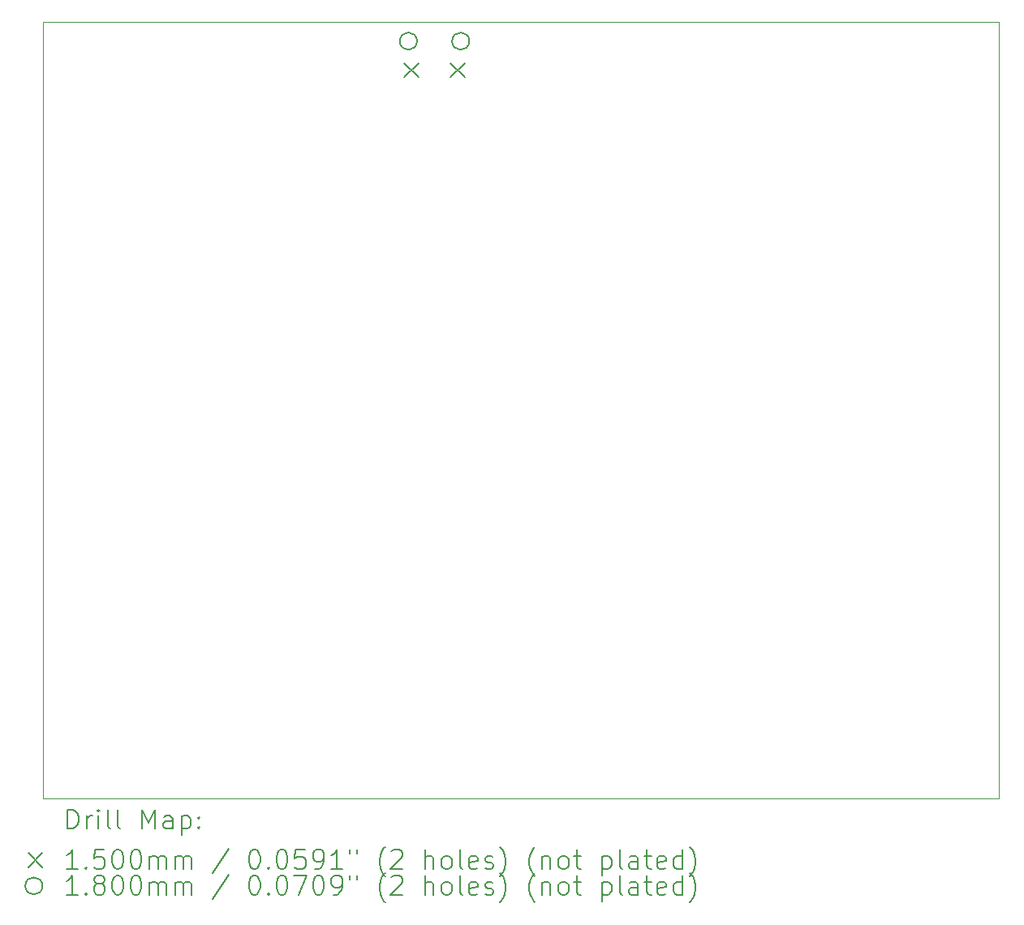
<source format=gbr>
%TF.GenerationSoftware,KiCad,Pcbnew,8.0.7*%
%TF.CreationDate,2025-01-08T12:31:34+01:00*%
%TF.ProjectId,simple-robot,73696d70-6c65-42d7-926f-626f742e6b69,rev?*%
%TF.SameCoordinates,Original*%
%TF.FileFunction,Drillmap*%
%TF.FilePolarity,Positive*%
%FSLAX45Y45*%
G04 Gerber Fmt 4.5, Leading zero omitted, Abs format (unit mm)*
G04 Created by KiCad (PCBNEW 8.0.7) date 2025-01-08 12:31:34*
%MOMM*%
%LPD*%
G01*
G04 APERTURE LIST*
%ADD10C,0.100000*%
%ADD11C,0.200000*%
%ADD12C,0.150000*%
%ADD13C,0.180000*%
G04 APERTURE END LIST*
D10*
X5500000Y-13900000D02*
X15475000Y-13900000D01*
X5500000Y-5800000D02*
X15475000Y-5800000D01*
X5500000Y-5800000D02*
X5500000Y-13900000D01*
X15475000Y-13900000D02*
X15475000Y-5800000D01*
D11*
D12*
X9268500Y-6228000D02*
X9418500Y-6378000D01*
X9418500Y-6228000D02*
X9268500Y-6378000D01*
X9753500Y-6228000D02*
X9903500Y-6378000D01*
X9903500Y-6228000D02*
X9753500Y-6378000D01*
D13*
X9403500Y-6000000D02*
G75*
G02*
X9223500Y-6000000I-90000J0D01*
G01*
X9223500Y-6000000D02*
G75*
G02*
X9403500Y-6000000I90000J0D01*
G01*
X9948500Y-6000000D02*
G75*
G02*
X9768500Y-6000000I-90000J0D01*
G01*
X9768500Y-6000000D02*
G75*
G02*
X9948500Y-6000000I90000J0D01*
G01*
D11*
X5755777Y-14216484D02*
X5755777Y-14016484D01*
X5755777Y-14016484D02*
X5803396Y-14016484D01*
X5803396Y-14016484D02*
X5831967Y-14026008D01*
X5831967Y-14026008D02*
X5851015Y-14045055D01*
X5851015Y-14045055D02*
X5860539Y-14064103D01*
X5860539Y-14064103D02*
X5870062Y-14102198D01*
X5870062Y-14102198D02*
X5870062Y-14130769D01*
X5870062Y-14130769D02*
X5860539Y-14168865D01*
X5860539Y-14168865D02*
X5851015Y-14187912D01*
X5851015Y-14187912D02*
X5831967Y-14206960D01*
X5831967Y-14206960D02*
X5803396Y-14216484D01*
X5803396Y-14216484D02*
X5755777Y-14216484D01*
X5955777Y-14216484D02*
X5955777Y-14083150D01*
X5955777Y-14121246D02*
X5965301Y-14102198D01*
X5965301Y-14102198D02*
X5974824Y-14092674D01*
X5974824Y-14092674D02*
X5993872Y-14083150D01*
X5993872Y-14083150D02*
X6012920Y-14083150D01*
X6079586Y-14216484D02*
X6079586Y-14083150D01*
X6079586Y-14016484D02*
X6070062Y-14026008D01*
X6070062Y-14026008D02*
X6079586Y-14035531D01*
X6079586Y-14035531D02*
X6089110Y-14026008D01*
X6089110Y-14026008D02*
X6079586Y-14016484D01*
X6079586Y-14016484D02*
X6079586Y-14035531D01*
X6203396Y-14216484D02*
X6184348Y-14206960D01*
X6184348Y-14206960D02*
X6174824Y-14187912D01*
X6174824Y-14187912D02*
X6174824Y-14016484D01*
X6308158Y-14216484D02*
X6289110Y-14206960D01*
X6289110Y-14206960D02*
X6279586Y-14187912D01*
X6279586Y-14187912D02*
X6279586Y-14016484D01*
X6536729Y-14216484D02*
X6536729Y-14016484D01*
X6536729Y-14016484D02*
X6603396Y-14159341D01*
X6603396Y-14159341D02*
X6670062Y-14016484D01*
X6670062Y-14016484D02*
X6670062Y-14216484D01*
X6851015Y-14216484D02*
X6851015Y-14111722D01*
X6851015Y-14111722D02*
X6841491Y-14092674D01*
X6841491Y-14092674D02*
X6822443Y-14083150D01*
X6822443Y-14083150D02*
X6784348Y-14083150D01*
X6784348Y-14083150D02*
X6765301Y-14092674D01*
X6851015Y-14206960D02*
X6831967Y-14216484D01*
X6831967Y-14216484D02*
X6784348Y-14216484D01*
X6784348Y-14216484D02*
X6765301Y-14206960D01*
X6765301Y-14206960D02*
X6755777Y-14187912D01*
X6755777Y-14187912D02*
X6755777Y-14168865D01*
X6755777Y-14168865D02*
X6765301Y-14149817D01*
X6765301Y-14149817D02*
X6784348Y-14140293D01*
X6784348Y-14140293D02*
X6831967Y-14140293D01*
X6831967Y-14140293D02*
X6851015Y-14130769D01*
X6946253Y-14083150D02*
X6946253Y-14283150D01*
X6946253Y-14092674D02*
X6965301Y-14083150D01*
X6965301Y-14083150D02*
X7003396Y-14083150D01*
X7003396Y-14083150D02*
X7022443Y-14092674D01*
X7022443Y-14092674D02*
X7031967Y-14102198D01*
X7031967Y-14102198D02*
X7041491Y-14121246D01*
X7041491Y-14121246D02*
X7041491Y-14178388D01*
X7041491Y-14178388D02*
X7031967Y-14197436D01*
X7031967Y-14197436D02*
X7022443Y-14206960D01*
X7022443Y-14206960D02*
X7003396Y-14216484D01*
X7003396Y-14216484D02*
X6965301Y-14216484D01*
X6965301Y-14216484D02*
X6946253Y-14206960D01*
X7127205Y-14197436D02*
X7136729Y-14206960D01*
X7136729Y-14206960D02*
X7127205Y-14216484D01*
X7127205Y-14216484D02*
X7117682Y-14206960D01*
X7117682Y-14206960D02*
X7127205Y-14197436D01*
X7127205Y-14197436D02*
X7127205Y-14216484D01*
X7127205Y-14092674D02*
X7136729Y-14102198D01*
X7136729Y-14102198D02*
X7127205Y-14111722D01*
X7127205Y-14111722D02*
X7117682Y-14102198D01*
X7117682Y-14102198D02*
X7127205Y-14092674D01*
X7127205Y-14092674D02*
X7127205Y-14111722D01*
D12*
X5345000Y-14470000D02*
X5495000Y-14620000D01*
X5495000Y-14470000D02*
X5345000Y-14620000D01*
D11*
X5860539Y-14636484D02*
X5746253Y-14636484D01*
X5803396Y-14636484D02*
X5803396Y-14436484D01*
X5803396Y-14436484D02*
X5784348Y-14465055D01*
X5784348Y-14465055D02*
X5765301Y-14484103D01*
X5765301Y-14484103D02*
X5746253Y-14493627D01*
X5946253Y-14617436D02*
X5955777Y-14626960D01*
X5955777Y-14626960D02*
X5946253Y-14636484D01*
X5946253Y-14636484D02*
X5936729Y-14626960D01*
X5936729Y-14626960D02*
X5946253Y-14617436D01*
X5946253Y-14617436D02*
X5946253Y-14636484D01*
X6136729Y-14436484D02*
X6041491Y-14436484D01*
X6041491Y-14436484D02*
X6031967Y-14531722D01*
X6031967Y-14531722D02*
X6041491Y-14522198D01*
X6041491Y-14522198D02*
X6060539Y-14512674D01*
X6060539Y-14512674D02*
X6108158Y-14512674D01*
X6108158Y-14512674D02*
X6127205Y-14522198D01*
X6127205Y-14522198D02*
X6136729Y-14531722D01*
X6136729Y-14531722D02*
X6146253Y-14550769D01*
X6146253Y-14550769D02*
X6146253Y-14598388D01*
X6146253Y-14598388D02*
X6136729Y-14617436D01*
X6136729Y-14617436D02*
X6127205Y-14626960D01*
X6127205Y-14626960D02*
X6108158Y-14636484D01*
X6108158Y-14636484D02*
X6060539Y-14636484D01*
X6060539Y-14636484D02*
X6041491Y-14626960D01*
X6041491Y-14626960D02*
X6031967Y-14617436D01*
X6270062Y-14436484D02*
X6289110Y-14436484D01*
X6289110Y-14436484D02*
X6308158Y-14446008D01*
X6308158Y-14446008D02*
X6317682Y-14455531D01*
X6317682Y-14455531D02*
X6327205Y-14474579D01*
X6327205Y-14474579D02*
X6336729Y-14512674D01*
X6336729Y-14512674D02*
X6336729Y-14560293D01*
X6336729Y-14560293D02*
X6327205Y-14598388D01*
X6327205Y-14598388D02*
X6317682Y-14617436D01*
X6317682Y-14617436D02*
X6308158Y-14626960D01*
X6308158Y-14626960D02*
X6289110Y-14636484D01*
X6289110Y-14636484D02*
X6270062Y-14636484D01*
X6270062Y-14636484D02*
X6251015Y-14626960D01*
X6251015Y-14626960D02*
X6241491Y-14617436D01*
X6241491Y-14617436D02*
X6231967Y-14598388D01*
X6231967Y-14598388D02*
X6222443Y-14560293D01*
X6222443Y-14560293D02*
X6222443Y-14512674D01*
X6222443Y-14512674D02*
X6231967Y-14474579D01*
X6231967Y-14474579D02*
X6241491Y-14455531D01*
X6241491Y-14455531D02*
X6251015Y-14446008D01*
X6251015Y-14446008D02*
X6270062Y-14436484D01*
X6460539Y-14436484D02*
X6479586Y-14436484D01*
X6479586Y-14436484D02*
X6498634Y-14446008D01*
X6498634Y-14446008D02*
X6508158Y-14455531D01*
X6508158Y-14455531D02*
X6517682Y-14474579D01*
X6517682Y-14474579D02*
X6527205Y-14512674D01*
X6527205Y-14512674D02*
X6527205Y-14560293D01*
X6527205Y-14560293D02*
X6517682Y-14598388D01*
X6517682Y-14598388D02*
X6508158Y-14617436D01*
X6508158Y-14617436D02*
X6498634Y-14626960D01*
X6498634Y-14626960D02*
X6479586Y-14636484D01*
X6479586Y-14636484D02*
X6460539Y-14636484D01*
X6460539Y-14636484D02*
X6441491Y-14626960D01*
X6441491Y-14626960D02*
X6431967Y-14617436D01*
X6431967Y-14617436D02*
X6422443Y-14598388D01*
X6422443Y-14598388D02*
X6412920Y-14560293D01*
X6412920Y-14560293D02*
X6412920Y-14512674D01*
X6412920Y-14512674D02*
X6422443Y-14474579D01*
X6422443Y-14474579D02*
X6431967Y-14455531D01*
X6431967Y-14455531D02*
X6441491Y-14446008D01*
X6441491Y-14446008D02*
X6460539Y-14436484D01*
X6612920Y-14636484D02*
X6612920Y-14503150D01*
X6612920Y-14522198D02*
X6622443Y-14512674D01*
X6622443Y-14512674D02*
X6641491Y-14503150D01*
X6641491Y-14503150D02*
X6670063Y-14503150D01*
X6670063Y-14503150D02*
X6689110Y-14512674D01*
X6689110Y-14512674D02*
X6698634Y-14531722D01*
X6698634Y-14531722D02*
X6698634Y-14636484D01*
X6698634Y-14531722D02*
X6708158Y-14512674D01*
X6708158Y-14512674D02*
X6727205Y-14503150D01*
X6727205Y-14503150D02*
X6755777Y-14503150D01*
X6755777Y-14503150D02*
X6774824Y-14512674D01*
X6774824Y-14512674D02*
X6784348Y-14531722D01*
X6784348Y-14531722D02*
X6784348Y-14636484D01*
X6879586Y-14636484D02*
X6879586Y-14503150D01*
X6879586Y-14522198D02*
X6889110Y-14512674D01*
X6889110Y-14512674D02*
X6908158Y-14503150D01*
X6908158Y-14503150D02*
X6936729Y-14503150D01*
X6936729Y-14503150D02*
X6955777Y-14512674D01*
X6955777Y-14512674D02*
X6965301Y-14531722D01*
X6965301Y-14531722D02*
X6965301Y-14636484D01*
X6965301Y-14531722D02*
X6974824Y-14512674D01*
X6974824Y-14512674D02*
X6993872Y-14503150D01*
X6993872Y-14503150D02*
X7022443Y-14503150D01*
X7022443Y-14503150D02*
X7041491Y-14512674D01*
X7041491Y-14512674D02*
X7051015Y-14531722D01*
X7051015Y-14531722D02*
X7051015Y-14636484D01*
X7441491Y-14426960D02*
X7270063Y-14684103D01*
X7698634Y-14436484D02*
X7717682Y-14436484D01*
X7717682Y-14436484D02*
X7736729Y-14446008D01*
X7736729Y-14446008D02*
X7746253Y-14455531D01*
X7746253Y-14455531D02*
X7755777Y-14474579D01*
X7755777Y-14474579D02*
X7765301Y-14512674D01*
X7765301Y-14512674D02*
X7765301Y-14560293D01*
X7765301Y-14560293D02*
X7755777Y-14598388D01*
X7755777Y-14598388D02*
X7746253Y-14617436D01*
X7746253Y-14617436D02*
X7736729Y-14626960D01*
X7736729Y-14626960D02*
X7717682Y-14636484D01*
X7717682Y-14636484D02*
X7698634Y-14636484D01*
X7698634Y-14636484D02*
X7679586Y-14626960D01*
X7679586Y-14626960D02*
X7670063Y-14617436D01*
X7670063Y-14617436D02*
X7660539Y-14598388D01*
X7660539Y-14598388D02*
X7651015Y-14560293D01*
X7651015Y-14560293D02*
X7651015Y-14512674D01*
X7651015Y-14512674D02*
X7660539Y-14474579D01*
X7660539Y-14474579D02*
X7670063Y-14455531D01*
X7670063Y-14455531D02*
X7679586Y-14446008D01*
X7679586Y-14446008D02*
X7698634Y-14436484D01*
X7851015Y-14617436D02*
X7860539Y-14626960D01*
X7860539Y-14626960D02*
X7851015Y-14636484D01*
X7851015Y-14636484D02*
X7841491Y-14626960D01*
X7841491Y-14626960D02*
X7851015Y-14617436D01*
X7851015Y-14617436D02*
X7851015Y-14636484D01*
X7984348Y-14436484D02*
X8003396Y-14436484D01*
X8003396Y-14436484D02*
X8022444Y-14446008D01*
X8022444Y-14446008D02*
X8031967Y-14455531D01*
X8031967Y-14455531D02*
X8041491Y-14474579D01*
X8041491Y-14474579D02*
X8051015Y-14512674D01*
X8051015Y-14512674D02*
X8051015Y-14560293D01*
X8051015Y-14560293D02*
X8041491Y-14598388D01*
X8041491Y-14598388D02*
X8031967Y-14617436D01*
X8031967Y-14617436D02*
X8022444Y-14626960D01*
X8022444Y-14626960D02*
X8003396Y-14636484D01*
X8003396Y-14636484D02*
X7984348Y-14636484D01*
X7984348Y-14636484D02*
X7965301Y-14626960D01*
X7965301Y-14626960D02*
X7955777Y-14617436D01*
X7955777Y-14617436D02*
X7946253Y-14598388D01*
X7946253Y-14598388D02*
X7936729Y-14560293D01*
X7936729Y-14560293D02*
X7936729Y-14512674D01*
X7936729Y-14512674D02*
X7946253Y-14474579D01*
X7946253Y-14474579D02*
X7955777Y-14455531D01*
X7955777Y-14455531D02*
X7965301Y-14446008D01*
X7965301Y-14446008D02*
X7984348Y-14436484D01*
X8231967Y-14436484D02*
X8136729Y-14436484D01*
X8136729Y-14436484D02*
X8127206Y-14531722D01*
X8127206Y-14531722D02*
X8136729Y-14522198D01*
X8136729Y-14522198D02*
X8155777Y-14512674D01*
X8155777Y-14512674D02*
X8203396Y-14512674D01*
X8203396Y-14512674D02*
X8222444Y-14522198D01*
X8222444Y-14522198D02*
X8231967Y-14531722D01*
X8231967Y-14531722D02*
X8241491Y-14550769D01*
X8241491Y-14550769D02*
X8241491Y-14598388D01*
X8241491Y-14598388D02*
X8231967Y-14617436D01*
X8231967Y-14617436D02*
X8222444Y-14626960D01*
X8222444Y-14626960D02*
X8203396Y-14636484D01*
X8203396Y-14636484D02*
X8155777Y-14636484D01*
X8155777Y-14636484D02*
X8136729Y-14626960D01*
X8136729Y-14626960D02*
X8127206Y-14617436D01*
X8336729Y-14636484D02*
X8374825Y-14636484D01*
X8374825Y-14636484D02*
X8393872Y-14626960D01*
X8393872Y-14626960D02*
X8403396Y-14617436D01*
X8403396Y-14617436D02*
X8422444Y-14588865D01*
X8422444Y-14588865D02*
X8431968Y-14550769D01*
X8431968Y-14550769D02*
X8431968Y-14474579D01*
X8431968Y-14474579D02*
X8422444Y-14455531D01*
X8422444Y-14455531D02*
X8412920Y-14446008D01*
X8412920Y-14446008D02*
X8393872Y-14436484D01*
X8393872Y-14436484D02*
X8355777Y-14436484D01*
X8355777Y-14436484D02*
X8336729Y-14446008D01*
X8336729Y-14446008D02*
X8327206Y-14455531D01*
X8327206Y-14455531D02*
X8317682Y-14474579D01*
X8317682Y-14474579D02*
X8317682Y-14522198D01*
X8317682Y-14522198D02*
X8327206Y-14541246D01*
X8327206Y-14541246D02*
X8336729Y-14550769D01*
X8336729Y-14550769D02*
X8355777Y-14560293D01*
X8355777Y-14560293D02*
X8393872Y-14560293D01*
X8393872Y-14560293D02*
X8412920Y-14550769D01*
X8412920Y-14550769D02*
X8422444Y-14541246D01*
X8422444Y-14541246D02*
X8431968Y-14522198D01*
X8622444Y-14636484D02*
X8508158Y-14636484D01*
X8565301Y-14636484D02*
X8565301Y-14436484D01*
X8565301Y-14436484D02*
X8546253Y-14465055D01*
X8546253Y-14465055D02*
X8527206Y-14484103D01*
X8527206Y-14484103D02*
X8508158Y-14493627D01*
X8698634Y-14436484D02*
X8698634Y-14474579D01*
X8774825Y-14436484D02*
X8774825Y-14474579D01*
X9070063Y-14712674D02*
X9060539Y-14703150D01*
X9060539Y-14703150D02*
X9041491Y-14674579D01*
X9041491Y-14674579D02*
X9031968Y-14655531D01*
X9031968Y-14655531D02*
X9022444Y-14626960D01*
X9022444Y-14626960D02*
X9012920Y-14579341D01*
X9012920Y-14579341D02*
X9012920Y-14541246D01*
X9012920Y-14541246D02*
X9022444Y-14493627D01*
X9022444Y-14493627D02*
X9031968Y-14465055D01*
X9031968Y-14465055D02*
X9041491Y-14446008D01*
X9041491Y-14446008D02*
X9060539Y-14417436D01*
X9060539Y-14417436D02*
X9070063Y-14407912D01*
X9136730Y-14455531D02*
X9146253Y-14446008D01*
X9146253Y-14446008D02*
X9165301Y-14436484D01*
X9165301Y-14436484D02*
X9212920Y-14436484D01*
X9212920Y-14436484D02*
X9231968Y-14446008D01*
X9231968Y-14446008D02*
X9241491Y-14455531D01*
X9241491Y-14455531D02*
X9251015Y-14474579D01*
X9251015Y-14474579D02*
X9251015Y-14493627D01*
X9251015Y-14493627D02*
X9241491Y-14522198D01*
X9241491Y-14522198D02*
X9127206Y-14636484D01*
X9127206Y-14636484D02*
X9251015Y-14636484D01*
X9489111Y-14636484D02*
X9489111Y-14436484D01*
X9574825Y-14636484D02*
X9574825Y-14531722D01*
X9574825Y-14531722D02*
X9565301Y-14512674D01*
X9565301Y-14512674D02*
X9546253Y-14503150D01*
X9546253Y-14503150D02*
X9517682Y-14503150D01*
X9517682Y-14503150D02*
X9498634Y-14512674D01*
X9498634Y-14512674D02*
X9489111Y-14522198D01*
X9698634Y-14636484D02*
X9679587Y-14626960D01*
X9679587Y-14626960D02*
X9670063Y-14617436D01*
X9670063Y-14617436D02*
X9660539Y-14598388D01*
X9660539Y-14598388D02*
X9660539Y-14541246D01*
X9660539Y-14541246D02*
X9670063Y-14522198D01*
X9670063Y-14522198D02*
X9679587Y-14512674D01*
X9679587Y-14512674D02*
X9698634Y-14503150D01*
X9698634Y-14503150D02*
X9727206Y-14503150D01*
X9727206Y-14503150D02*
X9746253Y-14512674D01*
X9746253Y-14512674D02*
X9755777Y-14522198D01*
X9755777Y-14522198D02*
X9765301Y-14541246D01*
X9765301Y-14541246D02*
X9765301Y-14598388D01*
X9765301Y-14598388D02*
X9755777Y-14617436D01*
X9755777Y-14617436D02*
X9746253Y-14626960D01*
X9746253Y-14626960D02*
X9727206Y-14636484D01*
X9727206Y-14636484D02*
X9698634Y-14636484D01*
X9879587Y-14636484D02*
X9860539Y-14626960D01*
X9860539Y-14626960D02*
X9851015Y-14607912D01*
X9851015Y-14607912D02*
X9851015Y-14436484D01*
X10031968Y-14626960D02*
X10012920Y-14636484D01*
X10012920Y-14636484D02*
X9974825Y-14636484D01*
X9974825Y-14636484D02*
X9955777Y-14626960D01*
X9955777Y-14626960D02*
X9946253Y-14607912D01*
X9946253Y-14607912D02*
X9946253Y-14531722D01*
X9946253Y-14531722D02*
X9955777Y-14512674D01*
X9955777Y-14512674D02*
X9974825Y-14503150D01*
X9974825Y-14503150D02*
X10012920Y-14503150D01*
X10012920Y-14503150D02*
X10031968Y-14512674D01*
X10031968Y-14512674D02*
X10041492Y-14531722D01*
X10041492Y-14531722D02*
X10041492Y-14550769D01*
X10041492Y-14550769D02*
X9946253Y-14569817D01*
X10117682Y-14626960D02*
X10136730Y-14636484D01*
X10136730Y-14636484D02*
X10174825Y-14636484D01*
X10174825Y-14636484D02*
X10193873Y-14626960D01*
X10193873Y-14626960D02*
X10203396Y-14607912D01*
X10203396Y-14607912D02*
X10203396Y-14598388D01*
X10203396Y-14598388D02*
X10193873Y-14579341D01*
X10193873Y-14579341D02*
X10174825Y-14569817D01*
X10174825Y-14569817D02*
X10146253Y-14569817D01*
X10146253Y-14569817D02*
X10127206Y-14560293D01*
X10127206Y-14560293D02*
X10117682Y-14541246D01*
X10117682Y-14541246D02*
X10117682Y-14531722D01*
X10117682Y-14531722D02*
X10127206Y-14512674D01*
X10127206Y-14512674D02*
X10146253Y-14503150D01*
X10146253Y-14503150D02*
X10174825Y-14503150D01*
X10174825Y-14503150D02*
X10193873Y-14512674D01*
X10270063Y-14712674D02*
X10279587Y-14703150D01*
X10279587Y-14703150D02*
X10298634Y-14674579D01*
X10298634Y-14674579D02*
X10308158Y-14655531D01*
X10308158Y-14655531D02*
X10317682Y-14626960D01*
X10317682Y-14626960D02*
X10327206Y-14579341D01*
X10327206Y-14579341D02*
X10327206Y-14541246D01*
X10327206Y-14541246D02*
X10317682Y-14493627D01*
X10317682Y-14493627D02*
X10308158Y-14465055D01*
X10308158Y-14465055D02*
X10298634Y-14446008D01*
X10298634Y-14446008D02*
X10279587Y-14417436D01*
X10279587Y-14417436D02*
X10270063Y-14407912D01*
X10631968Y-14712674D02*
X10622444Y-14703150D01*
X10622444Y-14703150D02*
X10603396Y-14674579D01*
X10603396Y-14674579D02*
X10593873Y-14655531D01*
X10593873Y-14655531D02*
X10584349Y-14626960D01*
X10584349Y-14626960D02*
X10574825Y-14579341D01*
X10574825Y-14579341D02*
X10574825Y-14541246D01*
X10574825Y-14541246D02*
X10584349Y-14493627D01*
X10584349Y-14493627D02*
X10593873Y-14465055D01*
X10593873Y-14465055D02*
X10603396Y-14446008D01*
X10603396Y-14446008D02*
X10622444Y-14417436D01*
X10622444Y-14417436D02*
X10631968Y-14407912D01*
X10708158Y-14503150D02*
X10708158Y-14636484D01*
X10708158Y-14522198D02*
X10717682Y-14512674D01*
X10717682Y-14512674D02*
X10736730Y-14503150D01*
X10736730Y-14503150D02*
X10765301Y-14503150D01*
X10765301Y-14503150D02*
X10784349Y-14512674D01*
X10784349Y-14512674D02*
X10793873Y-14531722D01*
X10793873Y-14531722D02*
X10793873Y-14636484D01*
X10917682Y-14636484D02*
X10898634Y-14626960D01*
X10898634Y-14626960D02*
X10889111Y-14617436D01*
X10889111Y-14617436D02*
X10879587Y-14598388D01*
X10879587Y-14598388D02*
X10879587Y-14541246D01*
X10879587Y-14541246D02*
X10889111Y-14522198D01*
X10889111Y-14522198D02*
X10898634Y-14512674D01*
X10898634Y-14512674D02*
X10917682Y-14503150D01*
X10917682Y-14503150D02*
X10946254Y-14503150D01*
X10946254Y-14503150D02*
X10965301Y-14512674D01*
X10965301Y-14512674D02*
X10974825Y-14522198D01*
X10974825Y-14522198D02*
X10984349Y-14541246D01*
X10984349Y-14541246D02*
X10984349Y-14598388D01*
X10984349Y-14598388D02*
X10974825Y-14617436D01*
X10974825Y-14617436D02*
X10965301Y-14626960D01*
X10965301Y-14626960D02*
X10946254Y-14636484D01*
X10946254Y-14636484D02*
X10917682Y-14636484D01*
X11041492Y-14503150D02*
X11117682Y-14503150D01*
X11070063Y-14436484D02*
X11070063Y-14607912D01*
X11070063Y-14607912D02*
X11079587Y-14626960D01*
X11079587Y-14626960D02*
X11098634Y-14636484D01*
X11098634Y-14636484D02*
X11117682Y-14636484D01*
X11336730Y-14503150D02*
X11336730Y-14703150D01*
X11336730Y-14512674D02*
X11355777Y-14503150D01*
X11355777Y-14503150D02*
X11393873Y-14503150D01*
X11393873Y-14503150D02*
X11412920Y-14512674D01*
X11412920Y-14512674D02*
X11422444Y-14522198D01*
X11422444Y-14522198D02*
X11431968Y-14541246D01*
X11431968Y-14541246D02*
X11431968Y-14598388D01*
X11431968Y-14598388D02*
X11422444Y-14617436D01*
X11422444Y-14617436D02*
X11412920Y-14626960D01*
X11412920Y-14626960D02*
X11393873Y-14636484D01*
X11393873Y-14636484D02*
X11355777Y-14636484D01*
X11355777Y-14636484D02*
X11336730Y-14626960D01*
X11546253Y-14636484D02*
X11527206Y-14626960D01*
X11527206Y-14626960D02*
X11517682Y-14607912D01*
X11517682Y-14607912D02*
X11517682Y-14436484D01*
X11708158Y-14636484D02*
X11708158Y-14531722D01*
X11708158Y-14531722D02*
X11698634Y-14512674D01*
X11698634Y-14512674D02*
X11679587Y-14503150D01*
X11679587Y-14503150D02*
X11641492Y-14503150D01*
X11641492Y-14503150D02*
X11622444Y-14512674D01*
X11708158Y-14626960D02*
X11689111Y-14636484D01*
X11689111Y-14636484D02*
X11641492Y-14636484D01*
X11641492Y-14636484D02*
X11622444Y-14626960D01*
X11622444Y-14626960D02*
X11612920Y-14607912D01*
X11612920Y-14607912D02*
X11612920Y-14588865D01*
X11612920Y-14588865D02*
X11622444Y-14569817D01*
X11622444Y-14569817D02*
X11641492Y-14560293D01*
X11641492Y-14560293D02*
X11689111Y-14560293D01*
X11689111Y-14560293D02*
X11708158Y-14550769D01*
X11774825Y-14503150D02*
X11851015Y-14503150D01*
X11803396Y-14436484D02*
X11803396Y-14607912D01*
X11803396Y-14607912D02*
X11812920Y-14626960D01*
X11812920Y-14626960D02*
X11831968Y-14636484D01*
X11831968Y-14636484D02*
X11851015Y-14636484D01*
X11993873Y-14626960D02*
X11974825Y-14636484D01*
X11974825Y-14636484D02*
X11936730Y-14636484D01*
X11936730Y-14636484D02*
X11917682Y-14626960D01*
X11917682Y-14626960D02*
X11908158Y-14607912D01*
X11908158Y-14607912D02*
X11908158Y-14531722D01*
X11908158Y-14531722D02*
X11917682Y-14512674D01*
X11917682Y-14512674D02*
X11936730Y-14503150D01*
X11936730Y-14503150D02*
X11974825Y-14503150D01*
X11974825Y-14503150D02*
X11993873Y-14512674D01*
X11993873Y-14512674D02*
X12003396Y-14531722D01*
X12003396Y-14531722D02*
X12003396Y-14550769D01*
X12003396Y-14550769D02*
X11908158Y-14569817D01*
X12174825Y-14636484D02*
X12174825Y-14436484D01*
X12174825Y-14626960D02*
X12155777Y-14636484D01*
X12155777Y-14636484D02*
X12117682Y-14636484D01*
X12117682Y-14636484D02*
X12098634Y-14626960D01*
X12098634Y-14626960D02*
X12089111Y-14617436D01*
X12089111Y-14617436D02*
X12079587Y-14598388D01*
X12079587Y-14598388D02*
X12079587Y-14541246D01*
X12079587Y-14541246D02*
X12089111Y-14522198D01*
X12089111Y-14522198D02*
X12098634Y-14512674D01*
X12098634Y-14512674D02*
X12117682Y-14503150D01*
X12117682Y-14503150D02*
X12155777Y-14503150D01*
X12155777Y-14503150D02*
X12174825Y-14512674D01*
X12251015Y-14712674D02*
X12260539Y-14703150D01*
X12260539Y-14703150D02*
X12279587Y-14674579D01*
X12279587Y-14674579D02*
X12289111Y-14655531D01*
X12289111Y-14655531D02*
X12298634Y-14626960D01*
X12298634Y-14626960D02*
X12308158Y-14579341D01*
X12308158Y-14579341D02*
X12308158Y-14541246D01*
X12308158Y-14541246D02*
X12298634Y-14493627D01*
X12298634Y-14493627D02*
X12289111Y-14465055D01*
X12289111Y-14465055D02*
X12279587Y-14446008D01*
X12279587Y-14446008D02*
X12260539Y-14417436D01*
X12260539Y-14417436D02*
X12251015Y-14407912D01*
D13*
X5495000Y-14815000D02*
G75*
G02*
X5315000Y-14815000I-90000J0D01*
G01*
X5315000Y-14815000D02*
G75*
G02*
X5495000Y-14815000I90000J0D01*
G01*
D11*
X5860539Y-14906484D02*
X5746253Y-14906484D01*
X5803396Y-14906484D02*
X5803396Y-14706484D01*
X5803396Y-14706484D02*
X5784348Y-14735055D01*
X5784348Y-14735055D02*
X5765301Y-14754103D01*
X5765301Y-14754103D02*
X5746253Y-14763627D01*
X5946253Y-14887436D02*
X5955777Y-14896960D01*
X5955777Y-14896960D02*
X5946253Y-14906484D01*
X5946253Y-14906484D02*
X5936729Y-14896960D01*
X5936729Y-14896960D02*
X5946253Y-14887436D01*
X5946253Y-14887436D02*
X5946253Y-14906484D01*
X6070062Y-14792198D02*
X6051015Y-14782674D01*
X6051015Y-14782674D02*
X6041491Y-14773150D01*
X6041491Y-14773150D02*
X6031967Y-14754103D01*
X6031967Y-14754103D02*
X6031967Y-14744579D01*
X6031967Y-14744579D02*
X6041491Y-14725531D01*
X6041491Y-14725531D02*
X6051015Y-14716008D01*
X6051015Y-14716008D02*
X6070062Y-14706484D01*
X6070062Y-14706484D02*
X6108158Y-14706484D01*
X6108158Y-14706484D02*
X6127205Y-14716008D01*
X6127205Y-14716008D02*
X6136729Y-14725531D01*
X6136729Y-14725531D02*
X6146253Y-14744579D01*
X6146253Y-14744579D02*
X6146253Y-14754103D01*
X6146253Y-14754103D02*
X6136729Y-14773150D01*
X6136729Y-14773150D02*
X6127205Y-14782674D01*
X6127205Y-14782674D02*
X6108158Y-14792198D01*
X6108158Y-14792198D02*
X6070062Y-14792198D01*
X6070062Y-14792198D02*
X6051015Y-14801722D01*
X6051015Y-14801722D02*
X6041491Y-14811246D01*
X6041491Y-14811246D02*
X6031967Y-14830293D01*
X6031967Y-14830293D02*
X6031967Y-14868388D01*
X6031967Y-14868388D02*
X6041491Y-14887436D01*
X6041491Y-14887436D02*
X6051015Y-14896960D01*
X6051015Y-14896960D02*
X6070062Y-14906484D01*
X6070062Y-14906484D02*
X6108158Y-14906484D01*
X6108158Y-14906484D02*
X6127205Y-14896960D01*
X6127205Y-14896960D02*
X6136729Y-14887436D01*
X6136729Y-14887436D02*
X6146253Y-14868388D01*
X6146253Y-14868388D02*
X6146253Y-14830293D01*
X6146253Y-14830293D02*
X6136729Y-14811246D01*
X6136729Y-14811246D02*
X6127205Y-14801722D01*
X6127205Y-14801722D02*
X6108158Y-14792198D01*
X6270062Y-14706484D02*
X6289110Y-14706484D01*
X6289110Y-14706484D02*
X6308158Y-14716008D01*
X6308158Y-14716008D02*
X6317682Y-14725531D01*
X6317682Y-14725531D02*
X6327205Y-14744579D01*
X6327205Y-14744579D02*
X6336729Y-14782674D01*
X6336729Y-14782674D02*
X6336729Y-14830293D01*
X6336729Y-14830293D02*
X6327205Y-14868388D01*
X6327205Y-14868388D02*
X6317682Y-14887436D01*
X6317682Y-14887436D02*
X6308158Y-14896960D01*
X6308158Y-14896960D02*
X6289110Y-14906484D01*
X6289110Y-14906484D02*
X6270062Y-14906484D01*
X6270062Y-14906484D02*
X6251015Y-14896960D01*
X6251015Y-14896960D02*
X6241491Y-14887436D01*
X6241491Y-14887436D02*
X6231967Y-14868388D01*
X6231967Y-14868388D02*
X6222443Y-14830293D01*
X6222443Y-14830293D02*
X6222443Y-14782674D01*
X6222443Y-14782674D02*
X6231967Y-14744579D01*
X6231967Y-14744579D02*
X6241491Y-14725531D01*
X6241491Y-14725531D02*
X6251015Y-14716008D01*
X6251015Y-14716008D02*
X6270062Y-14706484D01*
X6460539Y-14706484D02*
X6479586Y-14706484D01*
X6479586Y-14706484D02*
X6498634Y-14716008D01*
X6498634Y-14716008D02*
X6508158Y-14725531D01*
X6508158Y-14725531D02*
X6517682Y-14744579D01*
X6517682Y-14744579D02*
X6527205Y-14782674D01*
X6527205Y-14782674D02*
X6527205Y-14830293D01*
X6527205Y-14830293D02*
X6517682Y-14868388D01*
X6517682Y-14868388D02*
X6508158Y-14887436D01*
X6508158Y-14887436D02*
X6498634Y-14896960D01*
X6498634Y-14896960D02*
X6479586Y-14906484D01*
X6479586Y-14906484D02*
X6460539Y-14906484D01*
X6460539Y-14906484D02*
X6441491Y-14896960D01*
X6441491Y-14896960D02*
X6431967Y-14887436D01*
X6431967Y-14887436D02*
X6422443Y-14868388D01*
X6422443Y-14868388D02*
X6412920Y-14830293D01*
X6412920Y-14830293D02*
X6412920Y-14782674D01*
X6412920Y-14782674D02*
X6422443Y-14744579D01*
X6422443Y-14744579D02*
X6431967Y-14725531D01*
X6431967Y-14725531D02*
X6441491Y-14716008D01*
X6441491Y-14716008D02*
X6460539Y-14706484D01*
X6612920Y-14906484D02*
X6612920Y-14773150D01*
X6612920Y-14792198D02*
X6622443Y-14782674D01*
X6622443Y-14782674D02*
X6641491Y-14773150D01*
X6641491Y-14773150D02*
X6670063Y-14773150D01*
X6670063Y-14773150D02*
X6689110Y-14782674D01*
X6689110Y-14782674D02*
X6698634Y-14801722D01*
X6698634Y-14801722D02*
X6698634Y-14906484D01*
X6698634Y-14801722D02*
X6708158Y-14782674D01*
X6708158Y-14782674D02*
X6727205Y-14773150D01*
X6727205Y-14773150D02*
X6755777Y-14773150D01*
X6755777Y-14773150D02*
X6774824Y-14782674D01*
X6774824Y-14782674D02*
X6784348Y-14801722D01*
X6784348Y-14801722D02*
X6784348Y-14906484D01*
X6879586Y-14906484D02*
X6879586Y-14773150D01*
X6879586Y-14792198D02*
X6889110Y-14782674D01*
X6889110Y-14782674D02*
X6908158Y-14773150D01*
X6908158Y-14773150D02*
X6936729Y-14773150D01*
X6936729Y-14773150D02*
X6955777Y-14782674D01*
X6955777Y-14782674D02*
X6965301Y-14801722D01*
X6965301Y-14801722D02*
X6965301Y-14906484D01*
X6965301Y-14801722D02*
X6974824Y-14782674D01*
X6974824Y-14782674D02*
X6993872Y-14773150D01*
X6993872Y-14773150D02*
X7022443Y-14773150D01*
X7022443Y-14773150D02*
X7041491Y-14782674D01*
X7041491Y-14782674D02*
X7051015Y-14801722D01*
X7051015Y-14801722D02*
X7051015Y-14906484D01*
X7441491Y-14696960D02*
X7270063Y-14954103D01*
X7698634Y-14706484D02*
X7717682Y-14706484D01*
X7717682Y-14706484D02*
X7736729Y-14716008D01*
X7736729Y-14716008D02*
X7746253Y-14725531D01*
X7746253Y-14725531D02*
X7755777Y-14744579D01*
X7755777Y-14744579D02*
X7765301Y-14782674D01*
X7765301Y-14782674D02*
X7765301Y-14830293D01*
X7765301Y-14830293D02*
X7755777Y-14868388D01*
X7755777Y-14868388D02*
X7746253Y-14887436D01*
X7746253Y-14887436D02*
X7736729Y-14896960D01*
X7736729Y-14896960D02*
X7717682Y-14906484D01*
X7717682Y-14906484D02*
X7698634Y-14906484D01*
X7698634Y-14906484D02*
X7679586Y-14896960D01*
X7679586Y-14896960D02*
X7670063Y-14887436D01*
X7670063Y-14887436D02*
X7660539Y-14868388D01*
X7660539Y-14868388D02*
X7651015Y-14830293D01*
X7651015Y-14830293D02*
X7651015Y-14782674D01*
X7651015Y-14782674D02*
X7660539Y-14744579D01*
X7660539Y-14744579D02*
X7670063Y-14725531D01*
X7670063Y-14725531D02*
X7679586Y-14716008D01*
X7679586Y-14716008D02*
X7698634Y-14706484D01*
X7851015Y-14887436D02*
X7860539Y-14896960D01*
X7860539Y-14896960D02*
X7851015Y-14906484D01*
X7851015Y-14906484D02*
X7841491Y-14896960D01*
X7841491Y-14896960D02*
X7851015Y-14887436D01*
X7851015Y-14887436D02*
X7851015Y-14906484D01*
X7984348Y-14706484D02*
X8003396Y-14706484D01*
X8003396Y-14706484D02*
X8022444Y-14716008D01*
X8022444Y-14716008D02*
X8031967Y-14725531D01*
X8031967Y-14725531D02*
X8041491Y-14744579D01*
X8041491Y-14744579D02*
X8051015Y-14782674D01*
X8051015Y-14782674D02*
X8051015Y-14830293D01*
X8051015Y-14830293D02*
X8041491Y-14868388D01*
X8041491Y-14868388D02*
X8031967Y-14887436D01*
X8031967Y-14887436D02*
X8022444Y-14896960D01*
X8022444Y-14896960D02*
X8003396Y-14906484D01*
X8003396Y-14906484D02*
X7984348Y-14906484D01*
X7984348Y-14906484D02*
X7965301Y-14896960D01*
X7965301Y-14896960D02*
X7955777Y-14887436D01*
X7955777Y-14887436D02*
X7946253Y-14868388D01*
X7946253Y-14868388D02*
X7936729Y-14830293D01*
X7936729Y-14830293D02*
X7936729Y-14782674D01*
X7936729Y-14782674D02*
X7946253Y-14744579D01*
X7946253Y-14744579D02*
X7955777Y-14725531D01*
X7955777Y-14725531D02*
X7965301Y-14716008D01*
X7965301Y-14716008D02*
X7984348Y-14706484D01*
X8117682Y-14706484D02*
X8251015Y-14706484D01*
X8251015Y-14706484D02*
X8165301Y-14906484D01*
X8365301Y-14706484D02*
X8384348Y-14706484D01*
X8384348Y-14706484D02*
X8403396Y-14716008D01*
X8403396Y-14716008D02*
X8412920Y-14725531D01*
X8412920Y-14725531D02*
X8422444Y-14744579D01*
X8422444Y-14744579D02*
X8431968Y-14782674D01*
X8431968Y-14782674D02*
X8431968Y-14830293D01*
X8431968Y-14830293D02*
X8422444Y-14868388D01*
X8422444Y-14868388D02*
X8412920Y-14887436D01*
X8412920Y-14887436D02*
X8403396Y-14896960D01*
X8403396Y-14896960D02*
X8384348Y-14906484D01*
X8384348Y-14906484D02*
X8365301Y-14906484D01*
X8365301Y-14906484D02*
X8346253Y-14896960D01*
X8346253Y-14896960D02*
X8336729Y-14887436D01*
X8336729Y-14887436D02*
X8327206Y-14868388D01*
X8327206Y-14868388D02*
X8317682Y-14830293D01*
X8317682Y-14830293D02*
X8317682Y-14782674D01*
X8317682Y-14782674D02*
X8327206Y-14744579D01*
X8327206Y-14744579D02*
X8336729Y-14725531D01*
X8336729Y-14725531D02*
X8346253Y-14716008D01*
X8346253Y-14716008D02*
X8365301Y-14706484D01*
X8527206Y-14906484D02*
X8565301Y-14906484D01*
X8565301Y-14906484D02*
X8584349Y-14896960D01*
X8584349Y-14896960D02*
X8593872Y-14887436D01*
X8593872Y-14887436D02*
X8612920Y-14858865D01*
X8612920Y-14858865D02*
X8622444Y-14820769D01*
X8622444Y-14820769D02*
X8622444Y-14744579D01*
X8622444Y-14744579D02*
X8612920Y-14725531D01*
X8612920Y-14725531D02*
X8603396Y-14716008D01*
X8603396Y-14716008D02*
X8584349Y-14706484D01*
X8584349Y-14706484D02*
X8546253Y-14706484D01*
X8546253Y-14706484D02*
X8527206Y-14716008D01*
X8527206Y-14716008D02*
X8517682Y-14725531D01*
X8517682Y-14725531D02*
X8508158Y-14744579D01*
X8508158Y-14744579D02*
X8508158Y-14792198D01*
X8508158Y-14792198D02*
X8517682Y-14811246D01*
X8517682Y-14811246D02*
X8527206Y-14820769D01*
X8527206Y-14820769D02*
X8546253Y-14830293D01*
X8546253Y-14830293D02*
X8584349Y-14830293D01*
X8584349Y-14830293D02*
X8603396Y-14820769D01*
X8603396Y-14820769D02*
X8612920Y-14811246D01*
X8612920Y-14811246D02*
X8622444Y-14792198D01*
X8698634Y-14706484D02*
X8698634Y-14744579D01*
X8774825Y-14706484D02*
X8774825Y-14744579D01*
X9070063Y-14982674D02*
X9060539Y-14973150D01*
X9060539Y-14973150D02*
X9041491Y-14944579D01*
X9041491Y-14944579D02*
X9031968Y-14925531D01*
X9031968Y-14925531D02*
X9022444Y-14896960D01*
X9022444Y-14896960D02*
X9012920Y-14849341D01*
X9012920Y-14849341D02*
X9012920Y-14811246D01*
X9012920Y-14811246D02*
X9022444Y-14763627D01*
X9022444Y-14763627D02*
X9031968Y-14735055D01*
X9031968Y-14735055D02*
X9041491Y-14716008D01*
X9041491Y-14716008D02*
X9060539Y-14687436D01*
X9060539Y-14687436D02*
X9070063Y-14677912D01*
X9136730Y-14725531D02*
X9146253Y-14716008D01*
X9146253Y-14716008D02*
X9165301Y-14706484D01*
X9165301Y-14706484D02*
X9212920Y-14706484D01*
X9212920Y-14706484D02*
X9231968Y-14716008D01*
X9231968Y-14716008D02*
X9241491Y-14725531D01*
X9241491Y-14725531D02*
X9251015Y-14744579D01*
X9251015Y-14744579D02*
X9251015Y-14763627D01*
X9251015Y-14763627D02*
X9241491Y-14792198D01*
X9241491Y-14792198D02*
X9127206Y-14906484D01*
X9127206Y-14906484D02*
X9251015Y-14906484D01*
X9489111Y-14906484D02*
X9489111Y-14706484D01*
X9574825Y-14906484D02*
X9574825Y-14801722D01*
X9574825Y-14801722D02*
X9565301Y-14782674D01*
X9565301Y-14782674D02*
X9546253Y-14773150D01*
X9546253Y-14773150D02*
X9517682Y-14773150D01*
X9517682Y-14773150D02*
X9498634Y-14782674D01*
X9498634Y-14782674D02*
X9489111Y-14792198D01*
X9698634Y-14906484D02*
X9679587Y-14896960D01*
X9679587Y-14896960D02*
X9670063Y-14887436D01*
X9670063Y-14887436D02*
X9660539Y-14868388D01*
X9660539Y-14868388D02*
X9660539Y-14811246D01*
X9660539Y-14811246D02*
X9670063Y-14792198D01*
X9670063Y-14792198D02*
X9679587Y-14782674D01*
X9679587Y-14782674D02*
X9698634Y-14773150D01*
X9698634Y-14773150D02*
X9727206Y-14773150D01*
X9727206Y-14773150D02*
X9746253Y-14782674D01*
X9746253Y-14782674D02*
X9755777Y-14792198D01*
X9755777Y-14792198D02*
X9765301Y-14811246D01*
X9765301Y-14811246D02*
X9765301Y-14868388D01*
X9765301Y-14868388D02*
X9755777Y-14887436D01*
X9755777Y-14887436D02*
X9746253Y-14896960D01*
X9746253Y-14896960D02*
X9727206Y-14906484D01*
X9727206Y-14906484D02*
X9698634Y-14906484D01*
X9879587Y-14906484D02*
X9860539Y-14896960D01*
X9860539Y-14896960D02*
X9851015Y-14877912D01*
X9851015Y-14877912D02*
X9851015Y-14706484D01*
X10031968Y-14896960D02*
X10012920Y-14906484D01*
X10012920Y-14906484D02*
X9974825Y-14906484D01*
X9974825Y-14906484D02*
X9955777Y-14896960D01*
X9955777Y-14896960D02*
X9946253Y-14877912D01*
X9946253Y-14877912D02*
X9946253Y-14801722D01*
X9946253Y-14801722D02*
X9955777Y-14782674D01*
X9955777Y-14782674D02*
X9974825Y-14773150D01*
X9974825Y-14773150D02*
X10012920Y-14773150D01*
X10012920Y-14773150D02*
X10031968Y-14782674D01*
X10031968Y-14782674D02*
X10041492Y-14801722D01*
X10041492Y-14801722D02*
X10041492Y-14820769D01*
X10041492Y-14820769D02*
X9946253Y-14839817D01*
X10117682Y-14896960D02*
X10136730Y-14906484D01*
X10136730Y-14906484D02*
X10174825Y-14906484D01*
X10174825Y-14906484D02*
X10193873Y-14896960D01*
X10193873Y-14896960D02*
X10203396Y-14877912D01*
X10203396Y-14877912D02*
X10203396Y-14868388D01*
X10203396Y-14868388D02*
X10193873Y-14849341D01*
X10193873Y-14849341D02*
X10174825Y-14839817D01*
X10174825Y-14839817D02*
X10146253Y-14839817D01*
X10146253Y-14839817D02*
X10127206Y-14830293D01*
X10127206Y-14830293D02*
X10117682Y-14811246D01*
X10117682Y-14811246D02*
X10117682Y-14801722D01*
X10117682Y-14801722D02*
X10127206Y-14782674D01*
X10127206Y-14782674D02*
X10146253Y-14773150D01*
X10146253Y-14773150D02*
X10174825Y-14773150D01*
X10174825Y-14773150D02*
X10193873Y-14782674D01*
X10270063Y-14982674D02*
X10279587Y-14973150D01*
X10279587Y-14973150D02*
X10298634Y-14944579D01*
X10298634Y-14944579D02*
X10308158Y-14925531D01*
X10308158Y-14925531D02*
X10317682Y-14896960D01*
X10317682Y-14896960D02*
X10327206Y-14849341D01*
X10327206Y-14849341D02*
X10327206Y-14811246D01*
X10327206Y-14811246D02*
X10317682Y-14763627D01*
X10317682Y-14763627D02*
X10308158Y-14735055D01*
X10308158Y-14735055D02*
X10298634Y-14716008D01*
X10298634Y-14716008D02*
X10279587Y-14687436D01*
X10279587Y-14687436D02*
X10270063Y-14677912D01*
X10631968Y-14982674D02*
X10622444Y-14973150D01*
X10622444Y-14973150D02*
X10603396Y-14944579D01*
X10603396Y-14944579D02*
X10593873Y-14925531D01*
X10593873Y-14925531D02*
X10584349Y-14896960D01*
X10584349Y-14896960D02*
X10574825Y-14849341D01*
X10574825Y-14849341D02*
X10574825Y-14811246D01*
X10574825Y-14811246D02*
X10584349Y-14763627D01*
X10584349Y-14763627D02*
X10593873Y-14735055D01*
X10593873Y-14735055D02*
X10603396Y-14716008D01*
X10603396Y-14716008D02*
X10622444Y-14687436D01*
X10622444Y-14687436D02*
X10631968Y-14677912D01*
X10708158Y-14773150D02*
X10708158Y-14906484D01*
X10708158Y-14792198D02*
X10717682Y-14782674D01*
X10717682Y-14782674D02*
X10736730Y-14773150D01*
X10736730Y-14773150D02*
X10765301Y-14773150D01*
X10765301Y-14773150D02*
X10784349Y-14782674D01*
X10784349Y-14782674D02*
X10793873Y-14801722D01*
X10793873Y-14801722D02*
X10793873Y-14906484D01*
X10917682Y-14906484D02*
X10898634Y-14896960D01*
X10898634Y-14896960D02*
X10889111Y-14887436D01*
X10889111Y-14887436D02*
X10879587Y-14868388D01*
X10879587Y-14868388D02*
X10879587Y-14811246D01*
X10879587Y-14811246D02*
X10889111Y-14792198D01*
X10889111Y-14792198D02*
X10898634Y-14782674D01*
X10898634Y-14782674D02*
X10917682Y-14773150D01*
X10917682Y-14773150D02*
X10946254Y-14773150D01*
X10946254Y-14773150D02*
X10965301Y-14782674D01*
X10965301Y-14782674D02*
X10974825Y-14792198D01*
X10974825Y-14792198D02*
X10984349Y-14811246D01*
X10984349Y-14811246D02*
X10984349Y-14868388D01*
X10984349Y-14868388D02*
X10974825Y-14887436D01*
X10974825Y-14887436D02*
X10965301Y-14896960D01*
X10965301Y-14896960D02*
X10946254Y-14906484D01*
X10946254Y-14906484D02*
X10917682Y-14906484D01*
X11041492Y-14773150D02*
X11117682Y-14773150D01*
X11070063Y-14706484D02*
X11070063Y-14877912D01*
X11070063Y-14877912D02*
X11079587Y-14896960D01*
X11079587Y-14896960D02*
X11098634Y-14906484D01*
X11098634Y-14906484D02*
X11117682Y-14906484D01*
X11336730Y-14773150D02*
X11336730Y-14973150D01*
X11336730Y-14782674D02*
X11355777Y-14773150D01*
X11355777Y-14773150D02*
X11393873Y-14773150D01*
X11393873Y-14773150D02*
X11412920Y-14782674D01*
X11412920Y-14782674D02*
X11422444Y-14792198D01*
X11422444Y-14792198D02*
X11431968Y-14811246D01*
X11431968Y-14811246D02*
X11431968Y-14868388D01*
X11431968Y-14868388D02*
X11422444Y-14887436D01*
X11422444Y-14887436D02*
X11412920Y-14896960D01*
X11412920Y-14896960D02*
X11393873Y-14906484D01*
X11393873Y-14906484D02*
X11355777Y-14906484D01*
X11355777Y-14906484D02*
X11336730Y-14896960D01*
X11546253Y-14906484D02*
X11527206Y-14896960D01*
X11527206Y-14896960D02*
X11517682Y-14877912D01*
X11517682Y-14877912D02*
X11517682Y-14706484D01*
X11708158Y-14906484D02*
X11708158Y-14801722D01*
X11708158Y-14801722D02*
X11698634Y-14782674D01*
X11698634Y-14782674D02*
X11679587Y-14773150D01*
X11679587Y-14773150D02*
X11641492Y-14773150D01*
X11641492Y-14773150D02*
X11622444Y-14782674D01*
X11708158Y-14896960D02*
X11689111Y-14906484D01*
X11689111Y-14906484D02*
X11641492Y-14906484D01*
X11641492Y-14906484D02*
X11622444Y-14896960D01*
X11622444Y-14896960D02*
X11612920Y-14877912D01*
X11612920Y-14877912D02*
X11612920Y-14858865D01*
X11612920Y-14858865D02*
X11622444Y-14839817D01*
X11622444Y-14839817D02*
X11641492Y-14830293D01*
X11641492Y-14830293D02*
X11689111Y-14830293D01*
X11689111Y-14830293D02*
X11708158Y-14820769D01*
X11774825Y-14773150D02*
X11851015Y-14773150D01*
X11803396Y-14706484D02*
X11803396Y-14877912D01*
X11803396Y-14877912D02*
X11812920Y-14896960D01*
X11812920Y-14896960D02*
X11831968Y-14906484D01*
X11831968Y-14906484D02*
X11851015Y-14906484D01*
X11993873Y-14896960D02*
X11974825Y-14906484D01*
X11974825Y-14906484D02*
X11936730Y-14906484D01*
X11936730Y-14906484D02*
X11917682Y-14896960D01*
X11917682Y-14896960D02*
X11908158Y-14877912D01*
X11908158Y-14877912D02*
X11908158Y-14801722D01*
X11908158Y-14801722D02*
X11917682Y-14782674D01*
X11917682Y-14782674D02*
X11936730Y-14773150D01*
X11936730Y-14773150D02*
X11974825Y-14773150D01*
X11974825Y-14773150D02*
X11993873Y-14782674D01*
X11993873Y-14782674D02*
X12003396Y-14801722D01*
X12003396Y-14801722D02*
X12003396Y-14820769D01*
X12003396Y-14820769D02*
X11908158Y-14839817D01*
X12174825Y-14906484D02*
X12174825Y-14706484D01*
X12174825Y-14896960D02*
X12155777Y-14906484D01*
X12155777Y-14906484D02*
X12117682Y-14906484D01*
X12117682Y-14906484D02*
X12098634Y-14896960D01*
X12098634Y-14896960D02*
X12089111Y-14887436D01*
X12089111Y-14887436D02*
X12079587Y-14868388D01*
X12079587Y-14868388D02*
X12079587Y-14811246D01*
X12079587Y-14811246D02*
X12089111Y-14792198D01*
X12089111Y-14792198D02*
X12098634Y-14782674D01*
X12098634Y-14782674D02*
X12117682Y-14773150D01*
X12117682Y-14773150D02*
X12155777Y-14773150D01*
X12155777Y-14773150D02*
X12174825Y-14782674D01*
X12251015Y-14982674D02*
X12260539Y-14973150D01*
X12260539Y-14973150D02*
X12279587Y-14944579D01*
X12279587Y-14944579D02*
X12289111Y-14925531D01*
X12289111Y-14925531D02*
X12298634Y-14896960D01*
X12298634Y-14896960D02*
X12308158Y-14849341D01*
X12308158Y-14849341D02*
X12308158Y-14811246D01*
X12308158Y-14811246D02*
X12298634Y-14763627D01*
X12298634Y-14763627D02*
X12289111Y-14735055D01*
X12289111Y-14735055D02*
X12279587Y-14716008D01*
X12279587Y-14716008D02*
X12260539Y-14687436D01*
X12260539Y-14687436D02*
X12251015Y-14677912D01*
M02*

</source>
